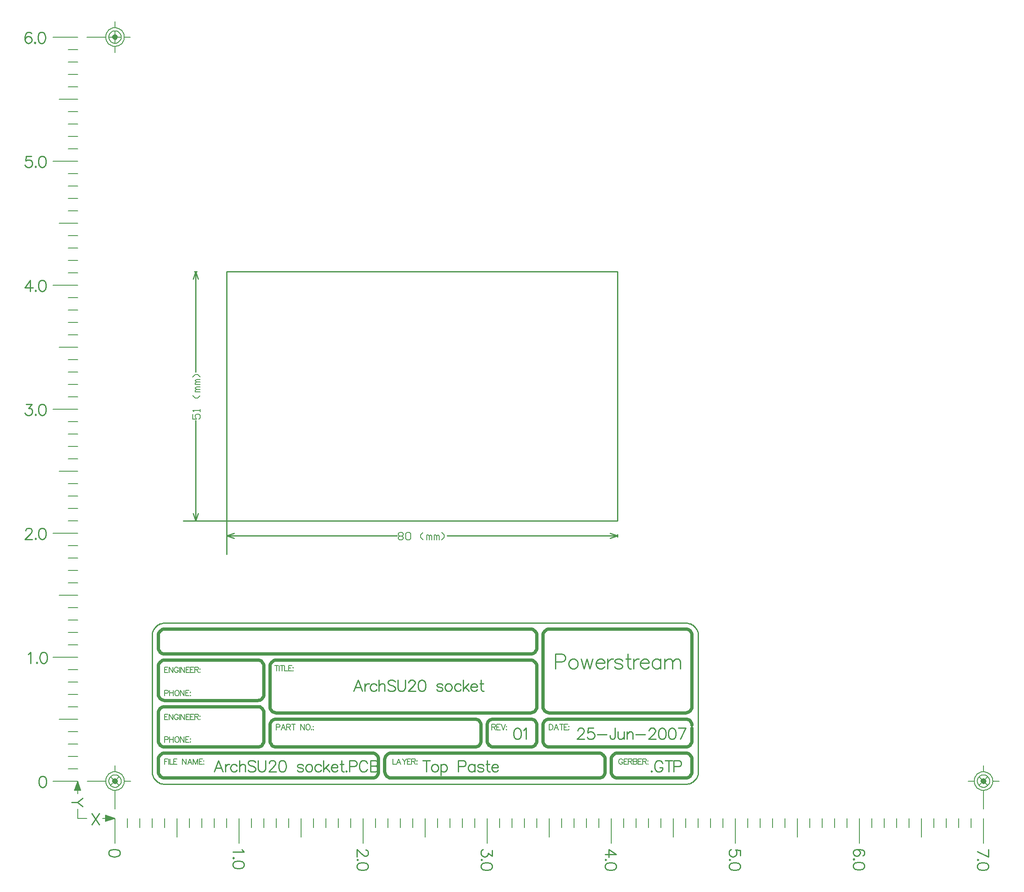
<source format=gtp>
%FSLAX23Y23*%
%MOIN*%
G70*
G01*
G75*
%ADD10C,0.040*%
%ADD11C,0.010*%
%ADD12C,0.030*%
%ADD13C,0.060*%
%ADD14C,0.009*%
%ADD15C,0.025*%
%ADD16C,0.008*%
%ADD17C,0.005*%
%ADD18C,0.006*%
%ADD19C,0.062*%
%ADD20C,0.215*%
%ADD21C,0.098*%
%ADD22C,0.110*%
%ADD23C,0.110*%
%ADD24C,0.008*%
%ADD25C,0.020*%
%ADD26C,0.016*%
%ADD27C,0.015*%
D11*
X11868Y6647D02*
X11868Y6657D01*
X11867Y6666D01*
X11864Y6676D01*
X11861Y6685D01*
X11857Y6694D01*
X11852Y6702D01*
X11846Y6710D01*
X11839Y6718D01*
X11832Y6724D01*
X11824Y6730D01*
X11816Y6735D01*
X11807Y6739D01*
X11798Y6742D01*
X11788Y6745D01*
X11778Y6746D01*
X11768Y6747D01*
Y5447D02*
X11778Y5447D01*
X11788Y5449D01*
X11798Y5451D01*
X11807Y5454D01*
X11816Y5459D01*
X11824Y5464D01*
X11832Y5470D01*
X11839Y5476D01*
X11846Y5483D01*
X11852Y5491D01*
X11857Y5500D01*
X11861Y5509D01*
X11864Y5518D01*
X11867Y5527D01*
X11868Y5537D01*
X11868Y5547D01*
X7468Y5548D02*
X7469Y5538D01*
X7470Y5528D01*
X7473Y5519D01*
X7476Y5510D01*
X7480Y5501D01*
X7485Y5492D01*
X7491Y5484D01*
X7497Y5477D01*
X7505Y5470D01*
X7512Y5464D01*
X7521Y5459D01*
X7530Y5455D01*
X7539Y5452D01*
X7548Y5449D01*
X7558Y5447D01*
X7568Y5447D01*
X7568Y6747D02*
X7559Y6746D01*
X7549Y6745D01*
X7539Y6742D01*
X7530Y6739D01*
X7521Y6735D01*
X7513Y6730D01*
X7505Y6724D01*
X7498Y6718D01*
X7491Y6710D01*
X7485Y6702D01*
X7480Y6694D01*
X7476Y6685D01*
X7473Y6676D01*
X7470Y6666D01*
X7469Y6657D01*
X7468Y6647D01*
Y5547D02*
Y6647D01*
X11868Y5547D02*
Y6647D01*
X7568Y6747D02*
X11768D01*
X7568Y5447D02*
X11768D01*
X8068Y7572D02*
Y9580D01*
X11218Y7572D02*
Y9580D01*
X8068D02*
X11218D01*
X8068Y7572D02*
X11218D01*
Y7442D02*
Y7462D01*
X8068Y7442D02*
Y7462D01*
X11158Y7432D02*
X11218Y7452D01*
X11158Y7472D02*
X11218Y7452D01*
X8068D02*
X8128Y7432D01*
X8068Y7452D02*
X8128Y7472D01*
X9844Y7452D02*
X11218D01*
X8068D02*
X9442D01*
X8068Y7302D02*
Y7572D01*
X7808Y9580D02*
X7828D01*
X7808Y7572D02*
X7828D01*
X7818Y9580D02*
X7838Y9520D01*
X7798D02*
X7818Y9580D01*
Y7572D02*
X7838Y7632D01*
X7798D02*
X7818Y7572D01*
Y8772D02*
Y9580D01*
Y7572D02*
Y8380D01*
X7718Y7572D02*
X8068D01*
D14*
X11493Y5555D02*
X11488Y5551D01*
X11493Y5547D01*
X11497Y5551D01*
X11493Y5555D01*
X11581Y5615D02*
X11577Y5624D01*
X11568Y5633D01*
X11560Y5637D01*
X11542D01*
X11534Y5633D01*
X11525Y5624D01*
X11521Y5615D01*
X11517Y5603D01*
Y5581D01*
X11521Y5568D01*
X11525Y5560D01*
X11534Y5551D01*
X11542Y5547D01*
X11560D01*
X11568Y5551D01*
X11577Y5560D01*
X11581Y5568D01*
Y5581D01*
X11560D02*
X11581D01*
X11632Y5637D02*
Y5547D01*
X11602Y5637D02*
X11662D01*
X11672Y5590D02*
X11711D01*
X11724Y5594D01*
X11728Y5598D01*
X11732Y5607D01*
Y5620D01*
X11728Y5628D01*
X11724Y5633D01*
X11711Y5637D01*
X11672D01*
Y5547D01*
X9162Y6197D02*
X9128Y6287D01*
X9093Y6197D01*
X9106Y6227D02*
X9149D01*
X9183Y6257D02*
Y6197D01*
Y6231D02*
X9187Y6244D01*
X9196Y6253D01*
X9204Y6257D01*
X9217D01*
X9277Y6244D02*
X9268Y6253D01*
X9260Y6257D01*
X9247D01*
X9238Y6253D01*
X9230Y6244D01*
X9225Y6231D01*
Y6223D01*
X9230Y6210D01*
X9238Y6201D01*
X9247Y6197D01*
X9260D01*
X9268Y6201D01*
X9277Y6210D01*
X9296Y6287D02*
Y6197D01*
Y6240D02*
X9309Y6253D01*
X9318Y6257D01*
X9330D01*
X9339Y6253D01*
X9343Y6240D01*
Y6197D01*
X9427Y6274D02*
X9418Y6282D01*
X9405Y6287D01*
X9388D01*
X9375Y6282D01*
X9367Y6274D01*
Y6265D01*
X9371Y6257D01*
X9375Y6253D01*
X9384Y6248D01*
X9410Y6240D01*
X9418Y6235D01*
X9423Y6231D01*
X9427Y6223D01*
Y6210D01*
X9418Y6201D01*
X9405Y6197D01*
X9388D01*
X9375Y6201D01*
X9367Y6210D01*
X9447Y6287D02*
Y6223D01*
X9451Y6210D01*
X9460Y6201D01*
X9473Y6197D01*
X9481D01*
X9494Y6201D01*
X9503Y6210D01*
X9507Y6223D01*
Y6287D01*
X9536Y6265D02*
Y6270D01*
X9540Y6278D01*
X9545Y6282D01*
X9553Y6287D01*
X9570D01*
X9579Y6282D01*
X9583Y6278D01*
X9588Y6270D01*
Y6261D01*
X9583Y6253D01*
X9575Y6240D01*
X9532Y6197D01*
X9592D01*
X9638Y6287D02*
X9625Y6282D01*
X9616Y6270D01*
X9612Y6248D01*
Y6235D01*
X9616Y6214D01*
X9625Y6201D01*
X9638Y6197D01*
X9646D01*
X9659Y6201D01*
X9668Y6214D01*
X9672Y6235D01*
Y6248D01*
X9668Y6270D01*
X9659Y6282D01*
X9646Y6287D01*
X9638D01*
X9810Y6244D02*
X9806Y6253D01*
X9793Y6257D01*
X9780D01*
X9767Y6253D01*
X9763Y6244D01*
X9767Y6235D01*
X9776Y6231D01*
X9797Y6227D01*
X9806Y6223D01*
X9810Y6214D01*
Y6210D01*
X9806Y6201D01*
X9793Y6197D01*
X9780D01*
X9767Y6201D01*
X9763Y6210D01*
X9850Y6257D02*
X9842Y6253D01*
X9833Y6244D01*
X9829Y6231D01*
Y6223D01*
X9833Y6210D01*
X9842Y6201D01*
X9850Y6197D01*
X9863D01*
X9872Y6201D01*
X9880Y6210D01*
X9884Y6223D01*
Y6231D01*
X9880Y6244D01*
X9872Y6253D01*
X9863Y6257D01*
X9850D01*
X9956Y6244D02*
X9947Y6253D01*
X9938Y6257D01*
X9926D01*
X9917Y6253D01*
X9908Y6244D01*
X9904Y6231D01*
Y6223D01*
X9908Y6210D01*
X9917Y6201D01*
X9926Y6197D01*
X9938D01*
X9947Y6201D01*
X9956Y6210D01*
X9975Y6287D02*
Y6197D01*
X10018Y6257D02*
X9975Y6214D01*
X9992Y6231D02*
X10022Y6197D01*
X10036Y6231D02*
X10088D01*
Y6240D01*
X10083Y6248D01*
X10079Y6253D01*
X10070Y6257D01*
X10058D01*
X10049Y6253D01*
X10040Y6244D01*
X10036Y6231D01*
Y6223D01*
X10040Y6210D01*
X10049Y6201D01*
X10058Y6197D01*
X10070D01*
X10079Y6201D01*
X10088Y6210D01*
X10120Y6287D02*
Y6214D01*
X10124Y6201D01*
X10133Y6197D01*
X10141D01*
X10107Y6257D02*
X10137D01*
X8037Y5547D02*
X8003Y5637D01*
X7968Y5547D01*
X7981Y5577D02*
X8024D01*
X8058Y5607D02*
Y5547D01*
Y5581D02*
X8062Y5594D01*
X8071Y5603D01*
X8079Y5607D01*
X8092D01*
X8152Y5594D02*
X8143Y5603D01*
X8135Y5607D01*
X8122D01*
X8113Y5603D01*
X8105Y5594D01*
X8100Y5581D01*
Y5573D01*
X8105Y5560D01*
X8113Y5551D01*
X8122Y5547D01*
X8135D01*
X8143Y5551D01*
X8152Y5560D01*
X8171Y5637D02*
Y5547D01*
Y5590D02*
X8184Y5603D01*
X8193Y5607D01*
X8205D01*
X8214Y5603D01*
X8218Y5590D01*
Y5547D01*
X8302Y5624D02*
X8293Y5633D01*
X8280Y5637D01*
X8263D01*
X8250Y5633D01*
X8242Y5624D01*
Y5615D01*
X8246Y5607D01*
X8250Y5603D01*
X8259Y5598D01*
X8285Y5590D01*
X8293Y5585D01*
X8298Y5581D01*
X8302Y5573D01*
Y5560D01*
X8293Y5551D01*
X8280Y5547D01*
X8263D01*
X8250Y5551D01*
X8242Y5560D01*
X8322Y5637D02*
Y5573D01*
X8326Y5560D01*
X8335Y5551D01*
X8348Y5547D01*
X8356D01*
X8369Y5551D01*
X8378Y5560D01*
X8382Y5573D01*
Y5637D01*
X8411Y5615D02*
Y5620D01*
X8415Y5628D01*
X8420Y5633D01*
X8428Y5637D01*
X8445D01*
X8454Y5633D01*
X8458Y5628D01*
X8463Y5620D01*
Y5611D01*
X8458Y5603D01*
X8450Y5590D01*
X8407Y5547D01*
X8467D01*
X8513Y5637D02*
X8500Y5633D01*
X8491Y5620D01*
X8487Y5598D01*
Y5585D01*
X8491Y5564D01*
X8500Y5551D01*
X8513Y5547D01*
X8521D01*
X8534Y5551D01*
X8543Y5564D01*
X8547Y5585D01*
Y5598D01*
X8543Y5620D01*
X8534Y5633D01*
X8521Y5637D01*
X8513D01*
X8685Y5594D02*
X8681Y5603D01*
X8668Y5607D01*
X8655D01*
X8642Y5603D01*
X8638Y5594D01*
X8642Y5585D01*
X8651Y5581D01*
X8672Y5577D01*
X8681Y5573D01*
X8685Y5564D01*
Y5560D01*
X8681Y5551D01*
X8668Y5547D01*
X8655D01*
X8642Y5551D01*
X8638Y5560D01*
X8725Y5607D02*
X8717Y5603D01*
X8708Y5594D01*
X8704Y5581D01*
Y5573D01*
X8708Y5560D01*
X8717Y5551D01*
X8725Y5547D01*
X8738D01*
X8747Y5551D01*
X8755Y5560D01*
X8759Y5573D01*
Y5581D01*
X8755Y5594D01*
X8747Y5603D01*
X8738Y5607D01*
X8725D01*
X8831Y5594D02*
X8822Y5603D01*
X8813Y5607D01*
X8801D01*
X8792Y5603D01*
X8783Y5594D01*
X8779Y5581D01*
Y5573D01*
X8783Y5560D01*
X8792Y5551D01*
X8801Y5547D01*
X8813D01*
X8822Y5551D01*
X8831Y5560D01*
X8850Y5637D02*
Y5547D01*
X8893Y5607D02*
X8850Y5564D01*
X8867Y5581D02*
X8897Y5547D01*
X8911Y5581D02*
X8963D01*
Y5590D01*
X8958Y5598D01*
X8954Y5603D01*
X8945Y5607D01*
X8933D01*
X8924Y5603D01*
X8915Y5594D01*
X8911Y5581D01*
Y5573D01*
X8915Y5560D01*
X8924Y5551D01*
X8933Y5547D01*
X8945D01*
X8954Y5551D01*
X8963Y5560D01*
X8995Y5637D02*
Y5564D01*
X8999Y5551D01*
X9008Y5547D01*
X9016D01*
X8982Y5607D02*
X9012D01*
X9033Y5555D02*
X9029Y5551D01*
X9033Y5547D01*
X9038Y5551D01*
X9033Y5555D01*
X9057Y5590D02*
X9096D01*
X9109Y5594D01*
X9113Y5598D01*
X9117Y5607D01*
Y5620D01*
X9113Y5628D01*
X9109Y5633D01*
X9096Y5637D01*
X9057D01*
Y5547D01*
X9202Y5615D02*
X9197Y5624D01*
X9189Y5633D01*
X9180Y5637D01*
X9163D01*
X9155Y5633D01*
X9146Y5624D01*
X9142Y5615D01*
X9137Y5603D01*
Y5581D01*
X9142Y5568D01*
X9146Y5560D01*
X9155Y5551D01*
X9163Y5547D01*
X9180D01*
X9189Y5551D01*
X9197Y5560D01*
X9202Y5568D01*
X9227Y5637D02*
Y5547D01*
Y5637D02*
X9266D01*
X9278Y5633D01*
X9283Y5628D01*
X9287Y5620D01*
Y5611D01*
X9283Y5603D01*
X9278Y5598D01*
X9266Y5594D01*
X9227D02*
X9266D01*
X9278Y5590D01*
X9283Y5585D01*
X9287Y5577D01*
Y5564D01*
X9283Y5555D01*
X9278Y5551D01*
X9266Y5547D01*
X9227D01*
X9678Y5637D02*
Y5547D01*
X9648Y5637D02*
X9708D01*
X9741Y5607D02*
X9732Y5603D01*
X9723Y5594D01*
X9719Y5581D01*
Y5573D01*
X9723Y5560D01*
X9732Y5551D01*
X9741Y5547D01*
X9753D01*
X9762Y5551D01*
X9771Y5560D01*
X9775Y5573D01*
Y5581D01*
X9771Y5594D01*
X9762Y5603D01*
X9753Y5607D01*
X9741D01*
X9795D02*
Y5517D01*
Y5594D02*
X9803Y5603D01*
X9812Y5607D01*
X9825D01*
X9833Y5603D01*
X9842Y5594D01*
X9846Y5581D01*
Y5573D01*
X9842Y5560D01*
X9833Y5551D01*
X9825Y5547D01*
X9812D01*
X9803Y5551D01*
X9795Y5560D01*
X9936Y5590D02*
X9975D01*
X9987Y5594D01*
X9992Y5598D01*
X9996Y5607D01*
Y5620D01*
X9992Y5628D01*
X9987Y5633D01*
X9975Y5637D01*
X9936D01*
Y5547D01*
X10068Y5607D02*
Y5547D01*
Y5594D02*
X10059Y5603D01*
X10050Y5607D01*
X10038D01*
X10029Y5603D01*
X10020Y5594D01*
X10016Y5581D01*
Y5573D01*
X10020Y5560D01*
X10029Y5551D01*
X10038Y5547D01*
X10050D01*
X10059Y5551D01*
X10068Y5560D01*
X10139Y5594D02*
X10134Y5603D01*
X10122Y5607D01*
X10109D01*
X10096Y5603D01*
X10092Y5594D01*
X10096Y5585D01*
X10104Y5581D01*
X10126Y5577D01*
X10134Y5573D01*
X10139Y5564D01*
Y5560D01*
X10134Y5551D01*
X10122Y5547D01*
X10109D01*
X10096Y5551D01*
X10092Y5560D01*
X10170Y5637D02*
Y5564D01*
X10175Y5551D01*
X10183Y5547D01*
X10192D01*
X10158Y5607D02*
X10188D01*
X10205Y5581D02*
X10256D01*
Y5590D01*
X10252Y5598D01*
X10248Y5603D01*
X10239Y5607D01*
X10226D01*
X10218Y5603D01*
X10209Y5594D01*
X10205Y5581D01*
Y5573D01*
X10209Y5560D01*
X10218Y5551D01*
X10226Y5547D01*
X10239D01*
X10248Y5551D01*
X10256Y5560D01*
X10407Y5899D02*
X10394Y5895D01*
X10385Y5882D01*
X10381Y5861D01*
Y5848D01*
X10385Y5826D01*
X10394Y5814D01*
X10407Y5809D01*
X10415D01*
X10428Y5814D01*
X10437Y5826D01*
X10441Y5848D01*
Y5861D01*
X10437Y5882D01*
X10428Y5895D01*
X10415Y5899D01*
X10407D01*
X10461Y5882D02*
X10470Y5886D01*
X10483Y5899D01*
Y5809D01*
X10718Y6434D02*
X10770D01*
X10787Y6440D01*
X10793Y6445D01*
X10798Y6457D01*
Y6474D01*
X10793Y6485D01*
X10787Y6491D01*
X10770Y6497D01*
X10718D01*
Y6377D01*
X10854Y6457D02*
X10842Y6451D01*
X10831Y6440D01*
X10825Y6423D01*
Y6411D01*
X10831Y6394D01*
X10842Y6383D01*
X10854Y6377D01*
X10871D01*
X10882Y6383D01*
X10894Y6394D01*
X10900Y6411D01*
Y6423D01*
X10894Y6440D01*
X10882Y6451D01*
X10871Y6457D01*
X10854D01*
X10926D02*
X10949Y6377D01*
X10972Y6457D02*
X10949Y6377D01*
X10972Y6457D02*
X10994Y6377D01*
X11017Y6457D02*
X10994Y6377D01*
X11045Y6423D02*
X11114D01*
Y6434D01*
X11108Y6445D01*
X11102Y6451D01*
X11091Y6457D01*
X11074D01*
X11062Y6451D01*
X11051Y6440D01*
X11045Y6423D01*
Y6411D01*
X11051Y6394D01*
X11062Y6383D01*
X11074Y6377D01*
X11091D01*
X11102Y6383D01*
X11114Y6394D01*
X11140Y6457D02*
Y6377D01*
Y6423D02*
X11145Y6440D01*
X11157Y6451D01*
X11168Y6457D01*
X11185D01*
X11259Y6440D02*
X11253Y6451D01*
X11236Y6457D01*
X11219D01*
X11202Y6451D01*
X11196Y6440D01*
X11202Y6428D01*
X11213Y6423D01*
X11242Y6417D01*
X11253Y6411D01*
X11259Y6400D01*
Y6394D01*
X11253Y6383D01*
X11236Y6377D01*
X11219D01*
X11202Y6383D01*
X11196Y6394D01*
X11301Y6497D02*
Y6400D01*
X11307Y6383D01*
X11318Y6377D01*
X11330D01*
X11284Y6457D02*
X11324D01*
X11347D02*
Y6377D01*
Y6423D02*
X11353Y6440D01*
X11364Y6451D01*
X11375Y6457D01*
X11393D01*
X11403Y6423D02*
X11472D01*
Y6434D01*
X11466Y6445D01*
X11461Y6451D01*
X11449Y6457D01*
X11432D01*
X11421Y6451D01*
X11409Y6440D01*
X11403Y6423D01*
Y6411D01*
X11409Y6394D01*
X11421Y6383D01*
X11432Y6377D01*
X11449D01*
X11461Y6383D01*
X11472Y6394D01*
X11566Y6457D02*
Y6377D01*
Y6440D02*
X11555Y6451D01*
X11543Y6457D01*
X11526D01*
X11515Y6451D01*
X11503Y6440D01*
X11498Y6423D01*
Y6411D01*
X11503Y6394D01*
X11515Y6383D01*
X11526Y6377D01*
X11543D01*
X11555Y6383D01*
X11566Y6394D01*
X11598Y6457D02*
Y6377D01*
Y6434D02*
X11615Y6451D01*
X11627Y6457D01*
X11644D01*
X11655Y6451D01*
X11661Y6434D01*
Y6377D01*
Y6434D02*
X11678Y6451D01*
X11690Y6457D01*
X11707D01*
X11718Y6451D01*
X11724Y6434D01*
Y6377D01*
X10898Y5878D02*
Y5882D01*
X10902Y5891D01*
X10906Y5895D01*
X10915Y5899D01*
X10932D01*
X10941Y5895D01*
X10945Y5891D01*
X10949Y5882D01*
Y5874D01*
X10945Y5865D01*
X10936Y5852D01*
X10893Y5809D01*
X10953D01*
X11025Y5899D02*
X10982D01*
X10978Y5861D01*
X10982Y5865D01*
X10995Y5869D01*
X11008D01*
X11021Y5865D01*
X11029Y5856D01*
X11034Y5844D01*
Y5835D01*
X11029Y5822D01*
X11021Y5814D01*
X11008Y5809D01*
X10995D01*
X10982Y5814D01*
X10978Y5818D01*
X10974Y5826D01*
X11054Y5848D02*
X11131D01*
X11200Y5899D02*
Y5831D01*
X11196Y5818D01*
X11192Y5814D01*
X11183Y5809D01*
X11175D01*
X11166Y5814D01*
X11162Y5818D01*
X11157Y5831D01*
Y5839D01*
X11223Y5869D02*
Y5826D01*
X11228Y5814D01*
X11236Y5809D01*
X11249D01*
X11258Y5814D01*
X11271Y5826D01*
Y5869D02*
Y5809D01*
X11294Y5869D02*
Y5809D01*
Y5852D02*
X11307Y5865D01*
X11316Y5869D01*
X11328D01*
X11337Y5865D01*
X11341Y5852D01*
Y5809D01*
X11365Y5848D02*
X11442D01*
X11473Y5878D02*
Y5882D01*
X11477Y5891D01*
X11481Y5895D01*
X11490Y5899D01*
X11507D01*
X11516Y5895D01*
X11520Y5891D01*
X11524Y5882D01*
Y5874D01*
X11520Y5865D01*
X11511Y5852D01*
X11469Y5809D01*
X11529D01*
X11574Y5899D02*
X11561Y5895D01*
X11553Y5882D01*
X11549Y5861D01*
Y5848D01*
X11553Y5826D01*
X11561Y5814D01*
X11574Y5809D01*
X11583D01*
X11596Y5814D01*
X11604Y5826D01*
X11609Y5848D01*
Y5861D01*
X11604Y5882D01*
X11596Y5895D01*
X11583Y5899D01*
X11574D01*
X11654D02*
X11642Y5895D01*
X11633Y5882D01*
X11629Y5861D01*
Y5848D01*
X11633Y5826D01*
X11642Y5814D01*
X11654Y5809D01*
X11663D01*
X11676Y5814D01*
X11684Y5826D01*
X11689Y5848D01*
Y5861D01*
X11684Y5882D01*
X11676Y5895D01*
X11663Y5899D01*
X11654D01*
X11769D02*
X11726Y5809D01*
X11709Y5899D02*
X11769D01*
X6908Y5334D02*
X6866Y5300D01*
X6818D01*
X6908Y5266D02*
X6866Y5300D01*
X6981Y5212D02*
X7041Y5122D01*
Y5212D02*
X6981Y5122D01*
X13196Y4870D02*
X13204Y4875D01*
X13208Y4888D01*
Y4896D01*
X13204Y4909D01*
X13191Y4918D01*
X13170Y4922D01*
X13148D01*
X13131Y4918D01*
X13123Y4909D01*
X13118Y4896D01*
Y4892D01*
X13123Y4879D01*
X13131Y4870D01*
X13144Y4866D01*
X13148D01*
X13161Y4870D01*
X13170Y4879D01*
X13174Y4892D01*
Y4896D01*
X13170Y4909D01*
X13161Y4918D01*
X13148Y4922D01*
X13127Y4842D02*
X13123Y4846D01*
X13118Y4842D01*
X13123Y4838D01*
X13127Y4842D01*
X13208Y4792D02*
X13204Y4805D01*
X13191Y4814D01*
X13170Y4818D01*
X13157D01*
X13136Y4814D01*
X13123Y4805D01*
X13118Y4792D01*
Y4784D01*
X13123Y4771D01*
X13136Y4762D01*
X13157Y4758D01*
X13170D01*
X13191Y4762D01*
X13204Y4771D01*
X13208Y4784D01*
Y4792D01*
X11208Y4879D02*
X11148Y4922D01*
Y4858D01*
X11208Y4879D02*
X11118D01*
X11127Y4837D02*
X11123Y4842D01*
X11118Y4837D01*
X11123Y4833D01*
X11127Y4837D01*
X11208Y4788D02*
X11204Y4801D01*
X11191Y4809D01*
X11170Y4813D01*
X11157D01*
X11136Y4809D01*
X11123Y4801D01*
X11118Y4788D01*
Y4779D01*
X11123Y4766D01*
X11136Y4758D01*
X11157Y4753D01*
X11170D01*
X11191Y4758D01*
X11204Y4766D01*
X11208Y4779D01*
Y4788D01*
X9187Y4918D02*
X9191D01*
X9200Y4913D01*
X9204Y4909D01*
X9208Y4900D01*
Y4883D01*
X9204Y4875D01*
X9200Y4870D01*
X9191Y4866D01*
X9183D01*
X9174Y4870D01*
X9161Y4879D01*
X9118Y4922D01*
Y4862D01*
X9127Y4837D02*
X9123Y4842D01*
X9118Y4837D01*
X9123Y4833D01*
X9127Y4837D01*
X9208Y4788D02*
X9204Y4801D01*
X9191Y4809D01*
X9170Y4813D01*
X9157D01*
X9136Y4809D01*
X9123Y4801D01*
X9118Y4788D01*
Y4779D01*
X9123Y4766D01*
X9136Y4758D01*
X9157Y4753D01*
X9170D01*
X9191Y4758D01*
X9204Y4766D01*
X9208Y4779D01*
Y4788D01*
X7208Y4896D02*
X7204Y4909D01*
X7191Y4918D01*
X7170Y4922D01*
X7157D01*
X7136Y4918D01*
X7123Y4909D01*
X7118Y4896D01*
Y4888D01*
X7123Y4875D01*
X7136Y4866D01*
X7157Y4862D01*
X7170D01*
X7191Y4866D01*
X7204Y4875D01*
X7208Y4888D01*
Y4896D01*
X8191Y4922D02*
X8196Y4913D01*
X8208Y4900D01*
X8118D01*
X8127Y4852D02*
X8123Y4856D01*
X8118Y4852D01*
X8123Y4847D01*
X8127Y4852D01*
X8208Y4802D02*
X8204Y4815D01*
X8191Y4823D01*
X8170Y4828D01*
X8157D01*
X8136Y4823D01*
X8123Y4815D01*
X8118Y4802D01*
Y4793D01*
X8123Y4780D01*
X8136Y4772D01*
X8157Y4768D01*
X8170D01*
X8191Y4772D01*
X8204Y4780D01*
X8208Y4793D01*
Y4802D01*
X10208Y4913D02*
Y4866D01*
X10174Y4892D01*
Y4879D01*
X10170Y4870D01*
X10166Y4866D01*
X10153Y4862D01*
X10144D01*
X10131Y4866D01*
X10123Y4875D01*
X10118Y4888D01*
Y4900D01*
X10123Y4913D01*
X10127Y4918D01*
X10136Y4922D01*
X10127Y4837D02*
X10123Y4842D01*
X10118Y4837D01*
X10123Y4833D01*
X10127Y4837D01*
X10208Y4788D02*
X10204Y4801D01*
X10191Y4809D01*
X10170Y4813D01*
X10157D01*
X10136Y4809D01*
X10123Y4801D01*
X10118Y4788D01*
Y4779D01*
X10123Y4766D01*
X10136Y4758D01*
X10157Y4753D01*
X10170D01*
X10191Y4758D01*
X10204Y4766D01*
X10208Y4779D01*
Y4788D01*
X12208Y4870D02*
Y4913D01*
X12170Y4918D01*
X12174Y4913D01*
X12178Y4900D01*
Y4888D01*
X12174Y4875D01*
X12166Y4866D01*
X12153Y4862D01*
X12144D01*
X12131Y4866D01*
X12123Y4875D01*
X12118Y4888D01*
Y4900D01*
X12123Y4913D01*
X12127Y4918D01*
X12136Y4922D01*
X12127Y4837D02*
X12123Y4842D01*
X12118Y4837D01*
X12123Y4833D01*
X12127Y4837D01*
X12208Y4788D02*
X12204Y4801D01*
X12191Y4809D01*
X12170Y4813D01*
X12157D01*
X12136Y4809D01*
X12123Y4801D01*
X12118Y4788D01*
Y4779D01*
X12123Y4766D01*
X12136Y4758D01*
X12157Y4753D01*
X12170D01*
X12191Y4758D01*
X12204Y4766D01*
X12208Y4779D01*
Y4788D01*
X14208Y4862D02*
X14118Y4905D01*
X14208Y4922D02*
Y4862D01*
X14127Y4837D02*
X14123Y4842D01*
X14118Y4837D01*
X14123Y4833D01*
X14127Y4837D01*
X14208Y4788D02*
X14204Y4801D01*
X14191Y4809D01*
X14170Y4813D01*
X14157D01*
X14136Y4809D01*
X14123Y4801D01*
X14118Y4788D01*
Y4779D01*
X14123Y4766D01*
X14136Y4758D01*
X14157Y4753D01*
X14170D01*
X14191Y4758D01*
X14204Y4766D01*
X14208Y4779D01*
Y4788D01*
X6495Y10512D02*
X6452D01*
X6448Y10473D01*
X6452Y10478D01*
X6465Y10482D01*
X6478D01*
X6491Y10478D01*
X6499Y10469D01*
X6503Y10456D01*
Y10448D01*
X6499Y10435D01*
X6491Y10426D01*
X6478Y10422D01*
X6465D01*
X6452Y10426D01*
X6448Y10430D01*
X6443Y10439D01*
X6528Y10430D02*
X6524Y10426D01*
X6528Y10422D01*
X6532Y10426D01*
X6528Y10430D01*
X6578Y10512D02*
X6565Y10507D01*
X6556Y10495D01*
X6552Y10473D01*
Y10460D01*
X6556Y10439D01*
X6565Y10426D01*
X6578Y10422D01*
X6586D01*
X6599Y10426D01*
X6608Y10439D01*
X6612Y10460D01*
Y10473D01*
X6608Y10495D01*
X6599Y10507D01*
X6586Y10512D01*
X6578D01*
X6452Y8512D02*
X6499D01*
X6473Y8478D01*
X6486D01*
X6495Y8473D01*
X6499Y8469D01*
X6503Y8456D01*
Y8448D01*
X6499Y8435D01*
X6491Y8426D01*
X6478Y8422D01*
X6465D01*
X6452Y8426D01*
X6448Y8430D01*
X6443Y8439D01*
X6528Y8430D02*
X6524Y8426D01*
X6528Y8422D01*
X6532Y8426D01*
X6528Y8430D01*
X6578Y8512D02*
X6565Y8507D01*
X6556Y8495D01*
X6552Y8473D01*
Y8460D01*
X6556Y8439D01*
X6565Y8426D01*
X6578Y8422D01*
X6586D01*
X6599Y8426D01*
X6608Y8439D01*
X6612Y8460D01*
Y8473D01*
X6608Y8495D01*
X6599Y8507D01*
X6586Y8512D01*
X6578D01*
X6468Y6495D02*
X6477Y6499D01*
X6490Y6512D01*
Y6422D01*
X6539Y6430D02*
X6534Y6426D01*
X6539Y6422D01*
X6543Y6426D01*
X6539Y6430D01*
X6588Y6512D02*
X6576Y6508D01*
X6567Y6495D01*
X6563Y6473D01*
Y6460D01*
X6567Y6439D01*
X6576Y6426D01*
X6588Y6422D01*
X6597D01*
X6610Y6426D01*
X6618Y6439D01*
X6623Y6460D01*
Y6473D01*
X6618Y6495D01*
X6610Y6508D01*
X6597Y6512D01*
X6588D01*
X6582Y5512D02*
X6569Y5508D01*
X6560Y5495D01*
X6556Y5473D01*
Y5460D01*
X6560Y5439D01*
X6569Y5426D01*
X6582Y5422D01*
X6590D01*
X6603Y5426D01*
X6612Y5439D01*
X6616Y5460D01*
Y5473D01*
X6612Y5495D01*
X6603Y5508D01*
X6590Y5512D01*
X6582D01*
X6448Y7490D02*
Y7495D01*
X6452Y7503D01*
X6456Y7508D01*
X6465Y7512D01*
X6482D01*
X6491Y7508D01*
X6495Y7503D01*
X6499Y7495D01*
Y7486D01*
X6495Y7478D01*
X6486Y7465D01*
X6443Y7422D01*
X6503D01*
X6528Y7430D02*
X6524Y7426D01*
X6528Y7422D01*
X6532Y7426D01*
X6528Y7430D01*
X6578Y7512D02*
X6565Y7508D01*
X6556Y7495D01*
X6552Y7473D01*
Y7460D01*
X6556Y7439D01*
X6565Y7426D01*
X6578Y7422D01*
X6586D01*
X6599Y7426D01*
X6608Y7439D01*
X6612Y7460D01*
Y7473D01*
X6608Y7495D01*
X6599Y7508D01*
X6586Y7512D01*
X6578D01*
X6486Y9512D02*
X6443Y9452D01*
X6508D01*
X6486Y9512D02*
Y9422D01*
X6528Y9430D02*
X6524Y9426D01*
X6528Y9422D01*
X6532Y9426D01*
X6528Y9430D01*
X6578Y9512D02*
X6565Y9507D01*
X6556Y9495D01*
X6552Y9473D01*
Y9460D01*
X6556Y9439D01*
X6565Y9426D01*
X6578Y9422D01*
X6586D01*
X6599Y9426D01*
X6608Y9439D01*
X6612Y9460D01*
Y9473D01*
X6608Y9495D01*
X6599Y9507D01*
X6586Y9512D01*
X6578D01*
X6495Y11499D02*
X6491Y11507D01*
X6478Y11512D01*
X6469D01*
X6456Y11507D01*
X6448Y11495D01*
X6443Y11473D01*
Y11452D01*
X6448Y11435D01*
X6456Y11426D01*
X6469Y11422D01*
X6473D01*
X6486Y11426D01*
X6495Y11435D01*
X6499Y11448D01*
Y11452D01*
X6495Y11465D01*
X6486Y11473D01*
X6473Y11478D01*
X6469D01*
X6456Y11473D01*
X6448Y11465D01*
X6443Y11452D01*
X6523Y11430D02*
X6519Y11426D01*
X6523Y11422D01*
X6527Y11426D01*
X6523Y11430D01*
X6573Y11512D02*
X6560Y11507D01*
X6551Y11495D01*
X6547Y11473D01*
Y11460D01*
X6551Y11439D01*
X6560Y11426D01*
X6573Y11422D01*
X6581D01*
X6594Y11426D01*
X6603Y11439D01*
X6607Y11460D01*
Y11473D01*
X6603Y11495D01*
X6594Y11507D01*
X6581Y11512D01*
X6573D01*
D15*
X9293Y5647D02*
X9293Y5657D01*
X9290Y5666D01*
X9285Y5675D01*
X9279Y5682D01*
X9271Y5688D01*
X9263Y5693D01*
X9253Y5696D01*
X9243Y5697D01*
X9245Y5497D02*
X9254Y5498D01*
X9264Y5500D01*
X9272Y5505D01*
X9280Y5511D01*
X9286Y5519D01*
X9290Y5527D01*
X9293Y5537D01*
X9293Y5546D01*
X9393Y5697D02*
X9384Y5696D01*
X9374Y5693D01*
X9366Y5688D01*
X9358Y5682D01*
X9352Y5675D01*
X9347Y5666D01*
X9344Y5657D01*
X9343Y5647D01*
Y5547D02*
X9344Y5537D01*
X9347Y5528D01*
X9352Y5519D01*
X9358Y5512D01*
X9365Y5506D01*
X9374Y5501D01*
X9383Y5498D01*
X9393Y5497D01*
X11118Y5647D02*
X11118Y5657D01*
X11115Y5666D01*
X11110Y5675D01*
X11104Y5682D01*
X11096Y5688D01*
X11088Y5693D01*
X11078Y5696D01*
X11068Y5697D01*
X11070Y5497D02*
X11079Y5498D01*
X11089Y5500D01*
X11097Y5505D01*
X11105Y5511D01*
X11111Y5519D01*
X11115Y5527D01*
X11118Y5537D01*
X11118Y5546D01*
X11168Y5546D02*
X11169Y5536D01*
X11172Y5527D01*
X11177Y5518D01*
X11183Y5511D01*
X11191Y5505D01*
X11199Y5500D01*
X11209Y5498D01*
X11218Y5497D01*
X11218Y5697D02*
X11209Y5696D01*
X11199Y5693D01*
X11191Y5688D01*
X11183Y5682D01*
X11177Y5675D01*
X11172Y5666D01*
X11169Y5657D01*
X11168Y5647D01*
X8368Y6398D02*
X8368Y6407D01*
X8365Y6417D01*
X8360Y6425D01*
X8354Y6432D01*
X8347Y6439D01*
X8338Y6443D01*
X8329Y6446D01*
X8319Y6447D01*
X8320Y6122D02*
X8330Y6123D01*
X8339Y6125D01*
X8347Y6130D01*
X8354Y6136D01*
X8360Y6143D01*
X8365Y6151D01*
X8368Y6160D01*
X8368Y6170D01*
Y6023D02*
X8368Y6033D01*
X8365Y6042D01*
X8360Y6051D01*
X8354Y6058D01*
X8346Y6064D01*
X8337Y6069D01*
X8328Y6071D01*
X8318Y6072D01*
X8418Y6071D02*
X8419Y6061D01*
X8422Y6052D01*
X8427Y6044D01*
X8433Y6036D01*
X8440Y6030D01*
X8449Y6026D01*
X8458Y6023D01*
X8467Y6022D01*
X8418Y5796D02*
X8419Y5786D01*
X8422Y5777D01*
X8427Y5769D01*
X8433Y5761D01*
X8440Y5755D01*
X8449Y5751D01*
X8458Y5748D01*
X8467Y5747D01*
X8319D02*
X8329Y5748D01*
X8338Y5751D01*
X8347Y5755D01*
X8354Y5761D01*
X8360Y5769D01*
X8365Y5777D01*
X8368Y5786D01*
X8368Y5796D01*
X10118Y5923D02*
X10118Y5932D01*
X10115Y5942D01*
X10110Y5950D01*
X10104Y5957D01*
X10097Y5964D01*
X10088Y5968D01*
X10079Y5971D01*
X10069Y5972D01*
Y5747D02*
X10079Y5748D01*
X10088Y5751D01*
X10097Y5755D01*
X10104Y5761D01*
X10111Y5769D01*
X10115Y5778D01*
X10118Y5787D01*
X10118Y5797D01*
X10168Y5798D02*
X10169Y5788D01*
X10172Y5778D01*
X10177Y5770D01*
X10183Y5762D01*
X10191Y5756D01*
X10199Y5751D01*
X10209Y5748D01*
X10219Y5747D01*
X10216Y5972D02*
X10207Y5971D01*
X10198Y5968D01*
X10189Y5963D01*
X10182Y5957D01*
X10176Y5949D01*
X10171Y5940D01*
X10169Y5931D01*
X10169Y5921D01*
X8468Y5972D02*
X8459Y5971D01*
X8449Y5968D01*
X8441Y5963D01*
X8433Y5957D01*
X8427Y5950D01*
X8422Y5941D01*
X8419Y5932D01*
X8418Y5922D01*
X8468Y6447D02*
X8459Y6446D01*
X8449Y6443D01*
X8441Y6438D01*
X8433Y6432D01*
X8427Y6425D01*
X8422Y6416D01*
X8419Y6407D01*
X8418Y6397D01*
X7518Y5797D02*
X7519Y5787D01*
X7522Y5778D01*
X7527Y5769D01*
X7533Y5762D01*
X7540Y5756D01*
X7549Y5751D01*
X7558Y5748D01*
X7568Y5747D01*
X7568Y6072D02*
X7559Y6071D01*
X7549Y6068D01*
X7541Y6063D01*
X7533Y6057D01*
X7527Y6050D01*
X7522Y6041D01*
X7519Y6032D01*
X7518Y6022D01*
Y6172D02*
X7519Y6162D01*
X7522Y6153D01*
X7527Y6144D01*
X7533Y6136D01*
X7541Y6130D01*
X7549Y6126D01*
X7559Y6123D01*
X7568Y6122D01*
Y6447D02*
X7559Y6446D01*
X7549Y6443D01*
X7541Y6438D01*
X7533Y6432D01*
X7527Y6425D01*
X7522Y6416D01*
X7519Y6407D01*
X7518Y6397D01*
Y6547D02*
X7519Y6537D01*
X7522Y6528D01*
X7527Y6519D01*
X7533Y6511D01*
X7541Y6505D01*
X7549Y6501D01*
X7559Y6498D01*
X7568Y6497D01*
Y6697D02*
X7559Y6696D01*
X7549Y6693D01*
X7541Y6688D01*
X7533Y6682D01*
X7527Y6675D01*
X7522Y6666D01*
X7519Y6657D01*
X7518Y6647D01*
X10568D02*
X10568Y6657D01*
X10565Y6666D01*
X10560Y6675D01*
X10554Y6682D01*
X10546Y6688D01*
X10538Y6693D01*
X10528Y6696D01*
X10518Y6697D01*
X10668D02*
X10659Y6696D01*
X10649Y6693D01*
X10641Y6688D01*
X10633Y6682D01*
X10627Y6675D01*
X10622Y6666D01*
X10619Y6657D01*
X10618Y6647D01*
X10518Y6497D02*
X10528Y6498D01*
X10538Y6501D01*
X10546Y6505D01*
X10554Y6511D01*
X10560Y6519D01*
X10565Y6528D01*
X10568Y6537D01*
X10568Y6547D01*
Y6397D02*
X10568Y6407D01*
X10565Y6416D01*
X10560Y6425D01*
X10554Y6432D01*
X10546Y6438D01*
X10538Y6443D01*
X10528Y6446D01*
X10518Y6447D01*
X7568Y5697D02*
X7559Y5696D01*
X7549Y5693D01*
X7541Y5688D01*
X7533Y5682D01*
X7527Y5675D01*
X7522Y5666D01*
X7519Y5657D01*
X7518Y5647D01*
X10519Y6022D02*
X10529Y6023D01*
X10538Y6026D01*
X10547Y6031D01*
X10554Y6037D01*
X10560Y6044D01*
X10565Y6053D01*
X10568Y6062D01*
X10569Y6072D01*
X7518Y5547D02*
X7519Y5537D01*
X7522Y5528D01*
X7527Y5519D01*
X7533Y5512D01*
X7540Y5506D01*
X7549Y5501D01*
X7558Y5498D01*
X7568Y5497D01*
X10568Y5923D02*
X10568Y5932D01*
X10565Y5942D01*
X10560Y5950D01*
X10554Y5957D01*
X10547Y5964D01*
X10538Y5968D01*
X10529Y5971D01*
X10519Y5972D01*
X10618Y5796D02*
X10619Y5786D01*
X10622Y5777D01*
X10627Y5768D01*
X10633Y5761D01*
X10641Y5755D01*
X10649Y5750D01*
X10659Y5748D01*
X10668Y5747D01*
X10518Y5747D02*
X10528Y5748D01*
X10538Y5751D01*
X10546Y5755D01*
X10554Y5761D01*
X10560Y5769D01*
X10565Y5778D01*
X10568Y5787D01*
X10568Y5797D01*
X11768Y5497D02*
X11778Y5498D01*
X11788Y5501D01*
X11796Y5505D01*
X11804Y5511D01*
X11810Y5519D01*
X11815Y5528D01*
X11818Y5537D01*
X11818Y5547D01*
X11818Y5648D02*
X11817Y5657D01*
X11814Y5667D01*
X11810Y5675D01*
X11804Y5682D01*
X11796Y5689D01*
X11787Y5693D01*
X11778Y5696D01*
X11768Y5697D01*
Y5747D02*
X11778Y5748D01*
X11788Y5751D01*
X11796Y5755D01*
X11804Y5761D01*
X11810Y5769D01*
X11815Y5778D01*
X11818Y5787D01*
X11818Y5797D01*
Y6648D02*
X11818Y6658D01*
X11815Y6667D01*
X11810Y6676D01*
X11804Y6683D01*
X11796Y6689D01*
X11787Y6694D01*
X11778Y6696D01*
X11768Y6697D01*
X10618Y6072D02*
X10619Y6062D01*
X10622Y6053D01*
X10627Y6044D01*
X10633Y6036D01*
X10641Y6030D01*
X10649Y6026D01*
X10659Y6023D01*
X10668Y6022D01*
X11768D02*
X11778Y6023D01*
X11788Y6026D01*
X11796Y6030D01*
X11804Y6036D01*
X11810Y6044D01*
X11815Y6053D01*
X11818Y6062D01*
X11818Y6072D01*
X10668Y5972D02*
X10659Y5971D01*
X10649Y5968D01*
X10641Y5963D01*
X10633Y5957D01*
X10627Y5950D01*
X10622Y5941D01*
X10619Y5932D01*
X10618Y5922D01*
X11818Y5923D02*
X11818Y5932D01*
X11815Y5942D01*
X11810Y5950D01*
X11804Y5957D01*
X11797Y5964D01*
X11788Y5968D01*
X11779Y5971D01*
X11769Y5972D01*
X10618Y5797D02*
Y5922D01*
X11818Y6072D02*
Y6647D01*
X10618Y6072D02*
Y6647D01*
X7518Y5547D02*
Y5647D01*
X11818Y5797D02*
Y5897D01*
Y5547D02*
Y5647D01*
X10568Y5797D02*
Y5922D01*
X10168Y5797D02*
Y5922D01*
X8418Y5797D02*
Y5922D01*
X10118Y5797D02*
Y5922D01*
X8418Y6072D02*
Y6397D01*
X10568Y6072D02*
Y6397D01*
Y6547D02*
Y6647D01*
X7518Y6547D02*
Y6647D01*
X8368Y6172D02*
Y6397D01*
X7518Y6172D02*
Y6397D01*
X8368Y5797D02*
Y6022D01*
X7518Y5797D02*
Y6022D01*
X11168Y5547D02*
Y5647D01*
X11118Y5547D02*
Y5647D01*
X9343Y5547D02*
Y5647D01*
X9293Y5547D02*
Y5647D01*
X10668Y5972D02*
X11768D01*
X10668Y6022D02*
X11768D01*
X8468D02*
X10518D01*
X10668Y6697D02*
X11768D01*
X10668Y5747D02*
X11768D01*
X10218Y5972D02*
X10518D01*
X10218Y5747D02*
X10518D01*
X8468D02*
X10068D01*
X8468Y5972D02*
X10068D01*
X8468Y6447D02*
X10518D01*
X7568Y6497D02*
X10518D01*
X7568Y6447D02*
X8318D01*
X7568Y6122D02*
X8318D01*
X7568Y6072D02*
X8318D01*
X7568Y5747D02*
X8318D01*
X7568Y6697D02*
X10518D01*
X11218Y5697D02*
X11768D01*
X11218Y5497D02*
X11768D01*
X9393Y5697D02*
X11068D01*
X7568D02*
X9243D01*
X7568Y5497D02*
X9243D01*
X9393D02*
X11068D01*
D16*
X7184Y5472D02*
X7180Y5481D01*
X7171Y5487D01*
X7161Y5485D01*
X7154Y5477D01*
Y5467D01*
X7161Y5459D01*
X7171Y5457D01*
X7180Y5462D01*
X7184Y5472D01*
X7179D02*
X7174Y5480D01*
X7164D01*
X7159Y5472D01*
X7164Y5463D01*
X7174D01*
X7179Y5472D01*
X7189D02*
X7186Y5481D01*
X7180Y5488D01*
X7171Y5492D01*
X7161Y5490D01*
X7154Y5485D01*
X7149Y5477D01*
Y5467D01*
X7154Y5459D01*
X7161Y5453D01*
X7171Y5452D01*
X7180Y5455D01*
X7186Y5462D01*
X7189Y5472D01*
X7174D02*
X7166Y5476D01*
Y5467D01*
X7174Y5472D01*
X7171D02*
X7166D01*
X7171D01*
X7244D02*
X7243Y5482D01*
X7241Y5492D01*
X7238Y5501D01*
X7233Y5510D01*
X7227Y5518D01*
X7221Y5526D01*
X7213Y5532D01*
X7205Y5538D01*
X7195Y5542D01*
X7186Y5545D01*
X7176Y5546D01*
X7166Y5547D01*
X7156Y5546D01*
X7146Y5543D01*
X7137Y5540D01*
X7128Y5535D01*
X7120Y5529D01*
X7113Y5522D01*
X7107Y5514D01*
X7102Y5506D01*
X7098Y5496D01*
X7095Y5487D01*
X7094Y5477D01*
Y5467D01*
X7095Y5457D01*
X7098Y5447D01*
X7102Y5438D01*
X7107Y5429D01*
X7113Y5421D01*
X7120Y5415D01*
X7128Y5409D01*
X7137Y5404D01*
X7146Y5400D01*
X7156Y5398D01*
X7166Y5397D01*
X7176Y5397D01*
X7186Y5399D01*
X7195Y5402D01*
X7205Y5406D01*
X7213Y5411D01*
X7221Y5418D01*
X7227Y5425D01*
X7233Y5434D01*
X7238Y5443D01*
X7241Y5452D01*
X7243Y5462D01*
X7244Y5472D01*
X7219D02*
X7217Y5482D01*
X7214Y5492D01*
X7210Y5500D01*
X7203Y5508D01*
X7195Y5514D01*
X7186Y5519D01*
X7176Y5521D01*
X7166Y5522D01*
X7156Y5520D01*
X7146Y5517D01*
X7138Y5511D01*
X7131Y5504D01*
X7125Y5496D01*
X7121Y5487D01*
X7119Y5477D01*
Y5467D01*
X7121Y5457D01*
X7125Y5448D01*
X7131Y5439D01*
X7138Y5432D01*
X7146Y5427D01*
X7156Y5423D01*
X7166Y5422D01*
X7176Y5422D01*
X7186Y5425D01*
X7195Y5429D01*
X7203Y5436D01*
X7210Y5443D01*
X7214Y5452D01*
X7217Y5462D01*
X7219Y5472D01*
X7218Y11472D02*
X7217Y11482D01*
X7214Y11492D01*
X7210Y11500D01*
X7203Y11508D01*
X7195Y11514D01*
X7186Y11519D01*
X7176Y11521D01*
X7166Y11522D01*
X7156Y11520D01*
X7146Y11517D01*
X7138Y11511D01*
X7131Y11504D01*
X7125Y11496D01*
X7121Y11487D01*
X7119Y11477D01*
Y11467D01*
X7121Y11457D01*
X7125Y11448D01*
X7131Y11439D01*
X7138Y11432D01*
X7146Y11427D01*
X7156Y11423D01*
X7166Y11422D01*
X7176Y11422D01*
X7186Y11425D01*
X7195Y11429D01*
X7203Y11436D01*
X7210Y11443D01*
X7214Y11452D01*
X7217Y11462D01*
X7218Y11472D01*
X7188D02*
X7186Y11481D01*
X7180Y11488D01*
X7171Y11492D01*
X7161Y11491D01*
X7154Y11485D01*
X7149Y11477D01*
Y11467D01*
X7154Y11459D01*
X7161Y11453D01*
X7171Y11452D01*
X7180Y11455D01*
X7186Y11463D01*
X7188Y11472D01*
X7183D02*
X7180Y11481D01*
X7171Y11487D01*
X7161Y11485D01*
X7154Y11477D01*
Y11467D01*
X7161Y11459D01*
X7171Y11457D01*
X7180Y11462D01*
X7183Y11472D01*
X7178D02*
X7173Y11480D01*
X7163D01*
X7158Y11472D01*
X7163Y11463D01*
X7173D01*
X7178Y11472D01*
X7173D02*
X7166Y11476D01*
Y11467D01*
X7173Y11472D01*
X7171D02*
X7166D01*
X7171D01*
X7243D02*
X7243Y11482D01*
X7241Y11492D01*
X7238Y11501D01*
X7233Y11510D01*
X7227Y11518D01*
X7221Y11526D01*
X7213Y11532D01*
X7205Y11538D01*
X7195Y11542D01*
X7186Y11545D01*
X7176Y11546D01*
X7166Y11547D01*
X7156Y11546D01*
X7146Y11543D01*
X7137Y11540D01*
X7128Y11535D01*
X7120Y11529D01*
X7113Y11522D01*
X7107Y11514D01*
X7102Y11506D01*
X7098Y11496D01*
X7095Y11487D01*
X7094Y11477D01*
Y11467D01*
X7095Y11457D01*
X7098Y11447D01*
X7102Y11438D01*
X7107Y11429D01*
X7113Y11421D01*
X7120Y11415D01*
X7128Y11409D01*
X7137Y11404D01*
X7146Y11400D01*
X7156Y11398D01*
X7166Y11397D01*
X7176Y11397D01*
X7186Y11399D01*
X7195Y11402D01*
X7205Y11406D01*
X7213Y11411D01*
X7221Y11418D01*
X7227Y11425D01*
X7233Y11434D01*
X7238Y11443D01*
X7241Y11452D01*
X7243Y11462D01*
X7243Y11472D01*
X14179Y5472D02*
X14174Y5480D01*
X14164D01*
X14159Y5472D01*
X14164Y5463D01*
X14174D01*
X14179Y5472D01*
X14184D02*
X14180Y5481D01*
X14171Y5487D01*
X14161Y5485D01*
X14154Y5477D01*
Y5467D01*
X14161Y5459D01*
X14171Y5457D01*
X14180Y5462D01*
X14184Y5472D01*
X14189D02*
X14186Y5481D01*
X14180Y5488D01*
X14171Y5492D01*
X14161Y5490D01*
X14154Y5485D01*
X14149Y5477D01*
Y5467D01*
X14154Y5459D01*
X14161Y5453D01*
X14171Y5452D01*
X14180Y5455D01*
X14186Y5462D01*
X14189Y5472D01*
X14174D02*
X14166Y5476D01*
Y5467D01*
X14174Y5472D01*
X14171D02*
X14166D01*
X14171D01*
X14244D02*
X14243Y5482D01*
X14241Y5492D01*
X14238Y5501D01*
X14233Y5510D01*
X14227Y5518D01*
X14221Y5526D01*
X14213Y5532D01*
X14205Y5538D01*
X14195Y5542D01*
X14186Y5545D01*
X14176Y5546D01*
X14166Y5547D01*
X14156Y5546D01*
X14146Y5543D01*
X14137Y5540D01*
X14128Y5535D01*
X14120Y5529D01*
X14113Y5522D01*
X14107Y5514D01*
X14102Y5506D01*
X14098Y5496D01*
X14095Y5487D01*
X14094Y5477D01*
Y5467D01*
X14095Y5457D01*
X14098Y5447D01*
X14102Y5438D01*
X14107Y5429D01*
X14113Y5421D01*
X14120Y5415D01*
X14128Y5409D01*
X14137Y5404D01*
X14146Y5400D01*
X14156Y5398D01*
X14166Y5397D01*
X14176Y5397D01*
X14186Y5399D01*
X14195Y5402D01*
X14205Y5406D01*
X14213Y5411D01*
X14221Y5418D01*
X14227Y5425D01*
X14233Y5434D01*
X14238Y5443D01*
X14241Y5452D01*
X14243Y5462D01*
X14244Y5472D01*
X14219D02*
X14217Y5482D01*
X14214Y5492D01*
X14210Y5500D01*
X14203Y5508D01*
X14195Y5514D01*
X14186Y5519D01*
X14176Y5521D01*
X14166Y5522D01*
X14156Y5520D01*
X14146Y5517D01*
X14138Y5511D01*
X14131Y5504D01*
X14125Y5496D01*
X14121Y5487D01*
X14119Y5477D01*
Y5467D01*
X14121Y5457D01*
X14125Y5448D01*
X14131Y5439D01*
X14138Y5432D01*
X14146Y5427D01*
X14156Y5423D01*
X14166Y5422D01*
X14176Y5422D01*
X14186Y5425D01*
X14195Y5429D01*
X14203Y5436D01*
X14210Y5443D01*
X14214Y5452D01*
X14217Y5462D01*
X14219Y5472D01*
X7108Y5167D02*
X7121Y5172D01*
X7108Y5176D02*
X7121Y5172D01*
X7098Y5152D02*
X7156Y5172D01*
X7098Y5191D02*
X7156Y5172D01*
X7105Y5162D02*
X7133Y5172D01*
X7105Y5181D02*
X7133Y5172D01*
X6868Y5425D02*
X6873Y5412D01*
X6864D02*
X6868Y5425D01*
Y5459D02*
X6888Y5401D01*
X6849D02*
X6868Y5459D01*
Y5436D02*
X6878Y5408D01*
X6859D02*
X6868Y5436D01*
Y5448D02*
X6883Y5405D01*
X6854D02*
X6868Y5448D01*
X6843Y5397D02*
X6868Y5472D01*
X6893Y5397D01*
X7101Y5157D02*
X7144Y5172D01*
X7101Y5186D02*
X7144Y5172D01*
X7093Y5197D02*
X7168Y5172D01*
X7093Y5147D02*
X7168Y5172D01*
X14133Y5507D02*
X14168Y5472D01*
X14203Y5437D01*
X7133Y5507D02*
X7168Y5472D01*
X7203Y5437D01*
X14168Y5472D02*
X14203Y5507D01*
X14133Y5437D02*
X14168Y5472D01*
X7133Y5437D02*
X7168Y5472D01*
X7203Y5507D01*
X14169Y5247D02*
Y5397D01*
Y5547D02*
Y5597D01*
X7168Y11347D02*
Y11397D01*
Y11547D02*
Y11597D01*
Y11472D02*
Y11522D01*
Y11422D02*
Y11472D01*
X14168Y4972D02*
Y5172D01*
X14068Y5097D02*
Y5172D01*
X13968Y5097D02*
Y5172D01*
X13868Y5097D02*
Y5172D01*
X13768Y5097D02*
Y5172D01*
X13668Y5022D02*
Y5172D01*
X13568Y5097D02*
Y5172D01*
X13468Y5097D02*
Y5172D01*
X13368Y5097D02*
Y5172D01*
X13268Y5097D02*
Y5172D01*
X13168Y4972D02*
Y5172D01*
X13068Y5097D02*
Y5172D01*
X12968Y5097D02*
Y5172D01*
X12868Y5097D02*
Y5172D01*
X12768Y5097D02*
Y5172D01*
X12668Y5022D02*
Y5172D01*
X12568Y5097D02*
Y5172D01*
X12468Y5097D02*
Y5172D01*
X12368Y5097D02*
Y5172D01*
X12268Y5097D02*
Y5172D01*
X12168Y4972D02*
Y5172D01*
X12068Y5097D02*
Y5172D01*
X11968Y5097D02*
Y5172D01*
X11868Y5097D02*
Y5172D01*
X11768Y5097D02*
Y5172D01*
X11668Y5022D02*
Y5172D01*
X11568Y5097D02*
Y5172D01*
X11468Y5097D02*
Y5172D01*
X11368Y5097D02*
Y5172D01*
X11268Y5097D02*
Y5172D01*
X11168Y4972D02*
Y5172D01*
X11068Y5097D02*
Y5172D01*
X10968Y5097D02*
Y5172D01*
X10868Y5097D02*
Y5172D01*
X10768Y5097D02*
Y5172D01*
X10668Y5022D02*
Y5172D01*
X10568Y5097D02*
Y5172D01*
X10468Y5097D02*
Y5172D01*
X10368Y5097D02*
Y5172D01*
X10268Y5097D02*
Y5172D01*
X10168Y4972D02*
Y5172D01*
X10068Y5097D02*
Y5172D01*
X9968Y5097D02*
Y5172D01*
X9868Y5097D02*
Y5172D01*
X9768Y5097D02*
Y5172D01*
X9668Y5022D02*
Y5172D01*
X9568Y5097D02*
Y5172D01*
X9468Y5097D02*
Y5172D01*
X9368Y5097D02*
Y5172D01*
X9268Y5097D02*
Y5172D01*
X9168Y4972D02*
Y5172D01*
X9068Y5097D02*
Y5172D01*
X8968Y5097D02*
Y5172D01*
X8868Y5097D02*
Y5172D01*
X8768Y5097D02*
Y5172D01*
X8668Y5022D02*
Y5172D01*
X8568Y5097D02*
Y5172D01*
X8468Y5097D02*
Y5172D01*
X8368Y5097D02*
Y5172D01*
X8268Y5097D02*
Y5172D01*
X8168Y4972D02*
Y5172D01*
X8068Y5097D02*
Y5172D01*
X7968Y5097D02*
Y5172D01*
X7868Y5097D02*
Y5172D01*
X7768Y5097D02*
Y5172D01*
X7668Y5022D02*
Y5172D01*
X7568Y5097D02*
Y5172D01*
X7468Y5097D02*
Y5172D01*
X7368Y5097D02*
Y5172D01*
X7268Y5097D02*
Y5172D01*
X7168Y4972D02*
Y5172D01*
X7108Y5167D02*
Y5176D01*
X7098Y5152D02*
Y5191D01*
X7105Y5162D02*
Y5181D01*
X6868Y5372D02*
Y5397D01*
X7101Y5157D02*
Y5186D01*
X7093Y5147D02*
Y5197D01*
X6868Y5172D02*
Y5247D01*
X7169Y5547D02*
Y5597D01*
Y5247D02*
Y5397D01*
X14244Y5472D02*
X14294D01*
X14044D02*
X14094D01*
X7243Y11472D02*
X7293D01*
X6943D02*
X7093D01*
X7118D02*
X7168D01*
X7218D01*
X6668D02*
X6868D01*
X6793Y11372D02*
X6868D01*
X6793Y11272D02*
X6868D01*
X6793Y11172D02*
X6868D01*
X6793Y11072D02*
X6868D01*
X6718Y10972D02*
X6868D01*
X6793Y10872D02*
X6868D01*
X6793Y10772D02*
X6868D01*
X6793Y10672D02*
X6868D01*
X6793Y10572D02*
X6868D01*
X6668Y10472D02*
X6868D01*
X6793Y10372D02*
X6868D01*
X6793Y10272D02*
X6868D01*
X6793Y10172D02*
X6868D01*
X6793Y10072D02*
X6868D01*
X6718Y9972D02*
X6868D01*
X6793Y9872D02*
X6868D01*
X6793Y9772D02*
X6868D01*
X6793Y9672D02*
X6868D01*
X6793Y9572D02*
X6868D01*
X6668Y9472D02*
X6868D01*
X6793Y9372D02*
X6868D01*
X6793Y9272D02*
X6868D01*
X6793Y9172D02*
X6868D01*
X6793Y9072D02*
X6868D01*
X6718Y8972D02*
X6868D01*
X6793Y8872D02*
X6868D01*
X6793Y8772D02*
X6868D01*
X6793Y8672D02*
X6868D01*
X6793Y8572D02*
X6868D01*
X6668Y8472D02*
X6868D01*
X6793Y8372D02*
X6868D01*
X6793Y8272D02*
X6868D01*
X6793Y8172D02*
X6868D01*
X6793Y8072D02*
X6868D01*
X6718Y7972D02*
X6868D01*
X6793Y7872D02*
X6868D01*
X6793Y7772D02*
X6868D01*
X6793Y7672D02*
X6868D01*
X6793Y7572D02*
X6868D01*
X6668Y7472D02*
X6868D01*
X6793Y7372D02*
X6868D01*
X6793Y7272D02*
X6868D01*
X6793Y7172D02*
X6868D01*
X6793Y7072D02*
X6868D01*
X6718Y6972D02*
X6868D01*
X6793Y6872D02*
X6868D01*
X6793Y6772D02*
X6868D01*
X6793Y6672D02*
X6868D01*
X6793Y6572D02*
X6868D01*
X6668Y6472D02*
X6868D01*
X6793Y6372D02*
X6868D01*
X6793Y6272D02*
X6868D01*
X6793Y6172D02*
X6868D01*
X6793Y6072D02*
X6868D01*
X6718Y5972D02*
X6868D01*
X6793Y5872D02*
X6868D01*
X6793Y5772D02*
X6868D01*
X6793Y5672D02*
X6868D01*
X6793Y5572D02*
X6868D01*
X6668Y5472D02*
X6868D01*
X7068Y5172D02*
X7093D01*
X6864Y5412D02*
X6873D01*
X6849Y5401D02*
X6888D01*
X6859Y5408D02*
X6878D01*
X6854Y5405D02*
X6883D01*
X6843Y5397D02*
X6893D01*
X6868Y5172D02*
X6943D01*
X6944Y5472D02*
X7094D01*
X7244D02*
X7294D01*
D17*
X11261Y5641D02*
X11258Y5645D01*
X11254Y5650D01*
X11250Y5652D01*
X11241D01*
X11237Y5650D01*
X11233Y5645D01*
X11231Y5641D01*
X11228Y5635D01*
Y5624D01*
X11231Y5618D01*
X11233Y5613D01*
X11237Y5609D01*
X11241Y5607D01*
X11250D01*
X11254Y5609D01*
X11258Y5613D01*
X11261Y5618D01*
Y5624D01*
X11250D02*
X11261D01*
X11299Y5652D02*
X11271D01*
Y5607D01*
X11299D01*
X11271Y5630D02*
X11288D01*
X11306Y5652D02*
Y5607D01*
Y5652D02*
X11326D01*
X11332Y5650D01*
X11334Y5648D01*
X11336Y5643D01*
Y5639D01*
X11334Y5635D01*
X11332Y5633D01*
X11326Y5630D01*
X11306D01*
X11321D02*
X11336Y5607D01*
X11346Y5652D02*
Y5607D01*
Y5652D02*
X11366D01*
X11372Y5650D01*
X11374Y5648D01*
X11376Y5643D01*
Y5639D01*
X11374Y5635D01*
X11372Y5633D01*
X11366Y5630D01*
X11346D02*
X11366D01*
X11372Y5628D01*
X11374Y5626D01*
X11376Y5622D01*
Y5615D01*
X11374Y5611D01*
X11372Y5609D01*
X11366Y5607D01*
X11346D01*
X11414Y5652D02*
X11386D01*
Y5607D01*
X11414D01*
X11386Y5630D02*
X11404D01*
X11422Y5652D02*
Y5607D01*
Y5652D02*
X11441D01*
X11447Y5650D01*
X11450Y5648D01*
X11452Y5643D01*
Y5639D01*
X11450Y5635D01*
X11447Y5633D01*
X11441Y5630D01*
X11422D01*
X11437D02*
X11452Y5607D01*
X11464Y5637D02*
X11462Y5635D01*
X11464Y5633D01*
X11466Y5635D01*
X11464Y5637D01*
Y5611D02*
X11462Y5609D01*
X11464Y5607D01*
X11466Y5609D01*
X11464Y5611D01*
X7568Y5652D02*
Y5607D01*
Y5652D02*
X7596D01*
X7568Y5630D02*
X7586D01*
X7601Y5652D02*
Y5607D01*
X7611Y5652D02*
Y5607D01*
X7637D01*
X7669Y5652D02*
X7642D01*
Y5607D01*
X7669D01*
X7642Y5630D02*
X7659D01*
X7712Y5652D02*
Y5607D01*
Y5652D02*
X7742Y5607D01*
Y5652D02*
Y5607D01*
X7789D02*
X7772Y5652D01*
X7755Y5607D01*
X7761Y5622D02*
X7783D01*
X7799Y5652D02*
Y5607D01*
Y5652D02*
X7817Y5607D01*
X7834Y5652D02*
X7817Y5607D01*
X7834Y5652D02*
Y5607D01*
X7874Y5652D02*
X7847D01*
Y5607D01*
X7874D01*
X7847Y5630D02*
X7864D01*
X7884Y5637D02*
X7882Y5635D01*
X7884Y5633D01*
X7886Y5635D01*
X7884Y5637D01*
Y5611D02*
X7882Y5609D01*
X7884Y5607D01*
X7886Y5609D01*
X7884Y5611D01*
X7596Y6012D02*
X7568D01*
Y5967D01*
X7596D01*
X7568Y5990D02*
X7586D01*
X7604Y6012D02*
Y5967D01*
Y6012D02*
X7634Y5967D01*
Y6012D02*
Y5967D01*
X7678Y6001D02*
X7676Y6005D01*
X7672Y6010D01*
X7668Y6012D01*
X7659D01*
X7655Y6010D01*
X7651Y6005D01*
X7648Y6001D01*
X7646Y5995D01*
Y5984D01*
X7648Y5978D01*
X7651Y5973D01*
X7655Y5969D01*
X7659Y5967D01*
X7668D01*
X7672Y5969D01*
X7676Y5973D01*
X7678Y5978D01*
Y5984D01*
X7668D02*
X7678D01*
X7689Y6012D02*
Y5967D01*
X7698Y6012D02*
Y5967D01*
Y6012D02*
X7728Y5967D01*
Y6012D02*
Y5967D01*
X7768Y6012D02*
X7741D01*
Y5967D01*
X7768D01*
X7741Y5990D02*
X7758D01*
X7804Y6012D02*
X7776D01*
Y5967D01*
X7804D01*
X7776Y5990D02*
X7793D01*
X7811Y6012D02*
Y5967D01*
Y6012D02*
X7831D01*
X7837Y6010D01*
X7839Y6008D01*
X7841Y6003D01*
Y5999D01*
X7839Y5995D01*
X7837Y5993D01*
X7831Y5990D01*
X7811D01*
X7826D02*
X7841Y5967D01*
X7853Y5997D02*
X7851Y5995D01*
X7853Y5993D01*
X7856Y5995D01*
X7853Y5997D01*
Y5971D02*
X7851Y5969D01*
X7853Y5967D01*
X7856Y5969D01*
X7853Y5971D01*
X8471Y6404D02*
Y6359D01*
X8456Y6404D02*
X8486D01*
X8491D02*
Y6359D01*
X8516Y6404D02*
Y6359D01*
X8501Y6404D02*
X8531D01*
X8536D02*
Y6359D01*
X8562D01*
X8595Y6404D02*
X8567D01*
Y6359D01*
X8595D01*
X8567Y6383D02*
X8584D01*
X8604Y6389D02*
X8602Y6387D01*
X8604Y6385D01*
X8606Y6387D01*
X8604Y6389D01*
Y6364D02*
X8602Y6361D01*
X8604Y6359D01*
X8606Y6361D01*
X8604Y6364D01*
X8468Y5906D02*
X8488D01*
X8494Y5908D01*
X8496Y5910D01*
X8498Y5914D01*
Y5921D01*
X8496Y5925D01*
X8494Y5927D01*
X8488Y5929D01*
X8468D01*
Y5884D01*
X8543D02*
X8526Y5929D01*
X8509Y5884D01*
X8515Y5899D02*
X8536D01*
X8553Y5929D02*
Y5884D01*
Y5929D02*
X8573D01*
X8579Y5927D01*
X8581Y5925D01*
X8583Y5921D01*
Y5916D01*
X8581Y5912D01*
X8579Y5910D01*
X8573Y5908D01*
X8553D01*
X8568D02*
X8583Y5884D01*
X8608Y5929D02*
Y5884D01*
X8593Y5929D02*
X8623D01*
X8664D02*
Y5884D01*
Y5929D02*
X8694Y5884D01*
Y5929D02*
Y5884D01*
X8719Y5929D02*
X8715Y5927D01*
X8711Y5923D01*
X8709Y5919D01*
X8707Y5912D01*
Y5901D01*
X8709Y5895D01*
X8711Y5891D01*
X8715Y5886D01*
X8719Y5884D01*
X8728D01*
X8732Y5886D01*
X8737Y5891D01*
X8739Y5895D01*
X8741Y5901D01*
Y5912D01*
X8739Y5919D01*
X8737Y5923D01*
X8732Y5927D01*
X8728Y5929D01*
X8719D01*
X8753Y5889D02*
X8751Y5886D01*
X8753Y5884D01*
X8756Y5886D01*
X8753Y5889D01*
X8768Y5914D02*
X8765Y5912D01*
X8768Y5910D01*
X8770Y5912D01*
X8768Y5914D01*
Y5889D02*
X8765Y5886D01*
X8768Y5884D01*
X8770Y5886D01*
X8768Y5889D01*
X7596Y6392D02*
X7568D01*
Y6347D01*
X7596D01*
X7568Y6370D02*
X7586D01*
X7604Y6392D02*
Y6347D01*
Y6392D02*
X7634Y6347D01*
Y6392D02*
Y6347D01*
X7678Y6381D02*
X7676Y6385D01*
X7672Y6390D01*
X7668Y6392D01*
X7659D01*
X7655Y6390D01*
X7651Y6385D01*
X7648Y6381D01*
X7646Y6375D01*
Y6364D01*
X7648Y6358D01*
X7651Y6353D01*
X7655Y6349D01*
X7659Y6347D01*
X7668D01*
X7672Y6349D01*
X7676Y6353D01*
X7678Y6358D01*
Y6364D01*
X7668D02*
X7678D01*
X7689Y6392D02*
Y6347D01*
X7698Y6392D02*
Y6347D01*
Y6392D02*
X7728Y6347D01*
Y6392D02*
Y6347D01*
X7768Y6392D02*
X7741D01*
Y6347D01*
X7768D01*
X7741Y6370D02*
X7758D01*
X7804Y6392D02*
X7776D01*
Y6347D01*
X7804D01*
X7776Y6370D02*
X7793D01*
X7811Y6392D02*
Y6347D01*
Y6392D02*
X7831D01*
X7837Y6390D01*
X7839Y6388D01*
X7841Y6383D01*
Y6379D01*
X7839Y6375D01*
X7837Y6373D01*
X7831Y6370D01*
X7811D01*
X7826D02*
X7841Y6347D01*
X7853Y6377D02*
X7851Y6375D01*
X7853Y6373D01*
X7856Y6375D01*
X7853Y6377D01*
Y6351D02*
X7851Y6349D01*
X7853Y6347D01*
X7856Y6349D01*
X7853Y6351D01*
X9408Y5652D02*
Y5607D01*
X9434D01*
X9473D02*
X9456Y5652D01*
X9439Y5607D01*
X9446Y5622D02*
X9467D01*
X9484Y5652D02*
X9501Y5630D01*
Y5607D01*
X9518Y5652D02*
X9501Y5630D01*
X9552Y5652D02*
X9524D01*
Y5607D01*
X9552D01*
X9524Y5630D02*
X9541D01*
X9559Y5652D02*
Y5607D01*
Y5652D02*
X9579D01*
X9585Y5650D01*
X9587Y5648D01*
X9589Y5643D01*
Y5639D01*
X9587Y5635D01*
X9585Y5633D01*
X9579Y5630D01*
X9559D01*
X9574D02*
X9589Y5607D01*
X9602Y5637D02*
X9599Y5635D01*
X9602Y5633D01*
X9604Y5635D01*
X9602Y5637D01*
Y5611D02*
X9599Y5609D01*
X9602Y5607D01*
X9604Y5609D01*
X9602Y5611D01*
X7568Y5806D02*
X7588D01*
X7594Y5808D01*
X7596Y5810D01*
X7598Y5814D01*
Y5821D01*
X7596Y5825D01*
X7594Y5827D01*
X7588Y5829D01*
X7568D01*
Y5784D01*
X7609Y5829D02*
Y5784D01*
X7639Y5829D02*
Y5784D01*
X7609Y5808D02*
X7639D01*
X7664Y5829D02*
X7660Y5827D01*
X7655Y5823D01*
X7653Y5819D01*
X7651Y5812D01*
Y5801D01*
X7653Y5795D01*
X7655Y5791D01*
X7660Y5786D01*
X7664Y5784D01*
X7672D01*
X7677Y5786D01*
X7681Y5791D01*
X7683Y5795D01*
X7685Y5801D01*
Y5812D01*
X7683Y5819D01*
X7681Y5823D01*
X7677Y5827D01*
X7672Y5829D01*
X7664D01*
X7696D02*
Y5784D01*
Y5829D02*
X7726Y5784D01*
Y5829D02*
Y5784D01*
X7766Y5829D02*
X7738D01*
Y5784D01*
X7766D01*
X7738Y5808D02*
X7755D01*
X7776Y5814D02*
X7774Y5812D01*
X7776Y5810D01*
X7778Y5812D01*
X7776Y5814D01*
Y5789D02*
X7774Y5786D01*
X7776Y5784D01*
X7778Y5786D01*
X7776Y5789D01*
X7568Y6181D02*
X7588D01*
X7594Y6183D01*
X7596Y6185D01*
X7598Y6189D01*
Y6196D01*
X7596Y6200D01*
X7594Y6202D01*
X7588Y6204D01*
X7568D01*
Y6159D01*
X7609Y6204D02*
Y6159D01*
X7639Y6204D02*
Y6159D01*
X7609Y6183D02*
X7639D01*
X7664Y6204D02*
X7660Y6202D01*
X7655Y6198D01*
X7653Y6194D01*
X7651Y6187D01*
Y6176D01*
X7653Y6170D01*
X7655Y6166D01*
X7660Y6161D01*
X7664Y6159D01*
X7672D01*
X7677Y6161D01*
X7681Y6166D01*
X7683Y6170D01*
X7685Y6176D01*
Y6187D01*
X7683Y6194D01*
X7681Y6198D01*
X7677Y6202D01*
X7672Y6204D01*
X7664D01*
X7696D02*
Y6159D01*
Y6204D02*
X7726Y6159D01*
Y6204D02*
Y6159D01*
X7766Y6204D02*
X7738D01*
Y6159D01*
X7766D01*
X7738Y6183D02*
X7755D01*
X7776Y6189D02*
X7774Y6187D01*
X7776Y6185D01*
X7778Y6187D01*
X7776Y6189D01*
Y6164D02*
X7774Y6161D01*
X7776Y6159D01*
X7778Y6161D01*
X7776Y6164D01*
X10206Y5929D02*
Y5884D01*
Y5929D02*
X10225D01*
X10232Y5927D01*
X10234Y5925D01*
X10236Y5921D01*
Y5916D01*
X10234Y5912D01*
X10232Y5910D01*
X10225Y5908D01*
X10206D01*
X10221D02*
X10236Y5884D01*
X10274Y5929D02*
X10246D01*
Y5884D01*
X10274D01*
X10246Y5908D02*
X10263D01*
X10281Y5929D02*
X10299Y5884D01*
X10316Y5929D02*
X10299Y5884D01*
X10324Y5914D02*
X10321Y5912D01*
X10324Y5910D01*
X10326Y5912D01*
X10324Y5914D01*
Y5889D02*
X10321Y5886D01*
X10324Y5884D01*
X10326Y5886D01*
X10324Y5889D01*
X10668Y5929D02*
Y5884D01*
Y5929D02*
X10683D01*
X10690Y5927D01*
X10694Y5923D01*
X10696Y5919D01*
X10698Y5912D01*
Y5901D01*
X10696Y5895D01*
X10694Y5891D01*
X10690Y5886D01*
X10683Y5884D01*
X10668D01*
X10743D02*
X10726Y5929D01*
X10709Y5884D01*
X10715Y5899D02*
X10736D01*
X10768Y5929D02*
Y5884D01*
X10753Y5929D02*
X10783D01*
X10817D02*
X10789D01*
Y5884D01*
X10817D01*
X10789Y5908D02*
X10806D01*
X10826Y5914D02*
X10824Y5912D01*
X10826Y5910D01*
X10828Y5912D01*
X10826Y5914D01*
Y5889D02*
X10824Y5886D01*
X10826Y5884D01*
X10828Y5886D01*
X10826Y5889D01*
D18*
X9452Y7466D02*
X9462Y7476D01*
X9482D01*
X9492Y7466D01*
Y7456D01*
X9482Y7446D01*
X9492Y7436D01*
Y7426D01*
X9482Y7416D01*
X9462D01*
X9452Y7426D01*
Y7436D01*
X9462Y7446D01*
X9452Y7456D01*
Y7466D01*
X9462Y7446D02*
X9482D01*
X9512Y7466D02*
X9522Y7476D01*
X9542D01*
X9552Y7466D01*
Y7426D01*
X9542Y7416D01*
X9522D01*
X9512Y7426D01*
Y7466D01*
X9652Y7416D02*
X9632Y7436D01*
Y7456D01*
X9652Y7476D01*
X9682Y7416D02*
Y7456D01*
X9692D01*
X9702Y7446D01*
Y7416D01*
Y7446D01*
X9712Y7456D01*
X9722Y7446D01*
Y7416D01*
X9742D02*
Y7456D01*
X9752D01*
X9762Y7446D01*
Y7416D01*
Y7446D01*
X9772Y7456D01*
X9782Y7446D01*
Y7416D01*
X9802D02*
X9822Y7436D01*
Y7456D01*
X9802Y7476D01*
X7795Y8430D02*
Y8390D01*
X7824D01*
X7814Y8410D01*
Y8420D01*
X7824Y8430D01*
X7844D01*
X7854Y8420D01*
Y8400D01*
X7844Y8390D01*
X7854Y8450D02*
Y8470D01*
Y8460D01*
X7795D01*
X7805Y8450D01*
X7854Y8580D02*
X7834Y8560D01*
X7814D01*
X7795Y8580D01*
X7854Y8610D02*
X7814D01*
Y8620D01*
X7824Y8630D01*
X7854D01*
X7824D01*
X7814Y8640D01*
X7824Y8650D01*
X7854D01*
Y8670D02*
X7814D01*
Y8680D01*
X7824Y8690D01*
X7854D01*
X7824D01*
X7814Y8700D01*
X7824Y8710D01*
X7854D01*
Y8730D02*
X7834Y8750D01*
X7814D01*
X7795Y8730D01*
M02*

</source>
